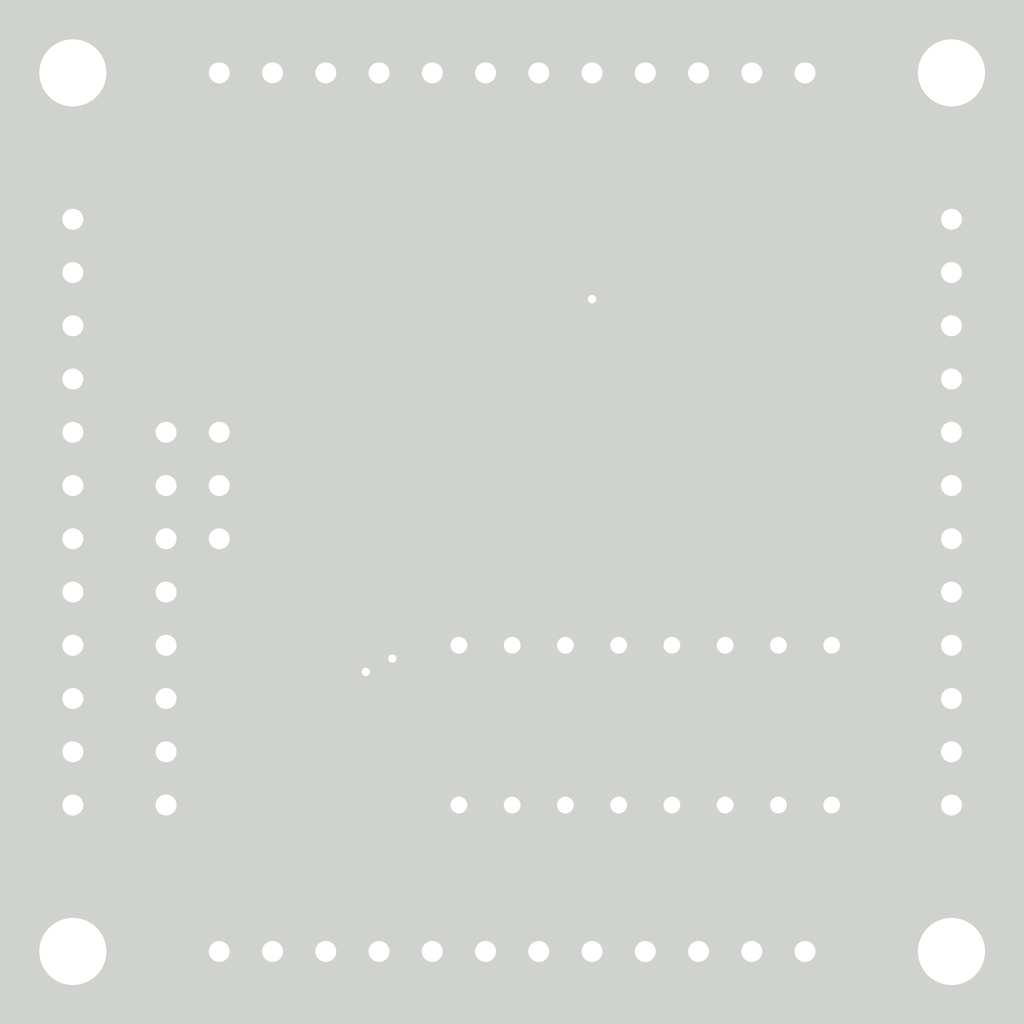
<source format=kicad_pcb>
(kicad_pcb (version 4) (host pcbnew 4.0.7+dfsg1-1~bpo9+1)

  (general
    (links 38)
    (no_connects 0)
    (area 124.46 82.55 173.990001 132.080001)
    (thickness 1.6)
    (drawings 14)
    (tracks 93)
    (zones 0)
    (modules 11)
    (nets 24)
  )

  (page A4)
  (layers
    (0 F.Cu signal)
    (31 B.Cu signal)
    (32 B.Adhes user)
    (33 F.Adhes user)
    (34 B.Paste user)
    (35 F.Paste user)
    (36 B.SilkS user)
    (37 F.SilkS user)
    (38 B.Mask user)
    (39 F.Mask user)
    (40 Dwgs.User user)
    (41 Cmts.User user)
    (42 Eco1.User user)
    (43 Eco2.User user)
    (44 Edge.Cuts user hide)
    (45 Margin user)
    (46 B.CrtYd user)
    (47 F.CrtYd user)
    (48 B.Fab user)
    (49 F.Fab user)
  )

  (setup
    (last_trace_width 0.25)
    (user_trace_width 0.5)
    (trace_clearance 0.2)
    (zone_clearance 0.508)
    (zone_45_only no)
    (trace_min 0.2)
    (segment_width 0.2)
    (edge_width 0.1)
    (via_size 0.6)
    (via_drill 0.4)
    (via_min_size 0.4)
    (via_min_drill 0.3)
    (uvia_size 0.3)
    (uvia_drill 0.1)
    (uvias_allowed no)
    (uvia_min_size 0.2)
    (uvia_min_drill 0.1)
    (pcb_text_width 0.3)
    (pcb_text_size 1.5 1.5)
    (mod_edge_width 0.15)
    (mod_text_size 1 1)
    (mod_text_width 0.15)
    (pad_size 1.5 1.5)
    (pad_drill 0.6)
    (pad_to_mask_clearance 0)
    (aux_axis_origin 0 0)
    (visible_elements FFFFFF7F)
    (pcbplotparams
      (layerselection 0x00030_80000001)
      (usegerberextensions false)
      (excludeedgelayer true)
      (linewidth 0.100000)
      (plotframeref false)
      (viasonmask false)
      (mode 1)
      (useauxorigin false)
      (hpglpennumber 1)
      (hpglpenspeed 20)
      (hpglpendiameter 15)
      (hpglpenoverlay 2)
      (psnegative false)
      (psa4output false)
      (plotreference true)
      (plotvalue true)
      (plotinvisibletext false)
      (padsonsilk false)
      (subtractmaskfromsilk false)
      (outputformat 1)
      (mirror false)
      (drillshape 1)
      (scaleselection 1)
      (outputdirectory ""))
  )

  (net 0 "")
  (net 1 /VIN)
  (net 2 Earth)
  (net 3 /L0)
  (net 4 /L1)
  (net 5 /L2)
  (net 6 /L3)
  (net 7 /L4)
  (net 8 /L5)
  (net 9 /L6)
  (net 10 /L7)
  (net 11 VCC)
  (net 12 /latch)
  (net 13 /clock)
  (net 14 /data)
  (net 15 /next)
  (net 16 /QA)
  (net 17 /QB)
  (net 18 /QC)
  (net 19 /QD)
  (net 20 /QE)
  (net 21 /QF)
  (net 22 /QG)
  (net 23 /QH)

  (net_class Default "This is the default net class."
    (clearance 0.2)
    (trace_width 0.25)
    (via_dia 0.6)
    (via_drill 0.4)
    (uvia_dia 0.3)
    (uvia_drill 0.1)
    (add_net /L0)
    (add_net /L1)
    (add_net /L2)
    (add_net /L3)
    (add_net /L4)
    (add_net /L5)
    (add_net /L6)
    (add_net /L7)
    (add_net /QA)
    (add_net /QB)
    (add_net /QC)
    (add_net /QD)
    (add_net /QE)
    (add_net /QF)
    (add_net /QG)
    (add_net /QH)
    (add_net /VIN)
    (add_net /clock)
    (add_net /data)
    (add_net /latch)
    (add_net /next)
    (add_net Earth)
    (add_net VCC)
  )

  (module Socket_Strips:Socket_Strip_Straight_1x12_Pitch2.54mm (layer F.Cu) (tedit 58CD5446) (tstamp 5AC3D673)
    (at 163.195 128.27 270)
    (descr "Through hole straight socket strip, 1x12, 2.54mm pitch, single row")
    (tags "Through hole socket strip THT 1x12 2.54mm single row")
    (path /5AC3D61D)
    (fp_text reference O1 (at 0 -2.33 270) (layer F.SilkS)
      (effects (font (size 1 1) (thickness 0.15)))
    )
    (fp_text value Output (at 0 30.27 270) (layer F.Fab)
      (effects (font (size 1 1) (thickness 0.15)))
    )
    (fp_line (start -1.27 -1.27) (end -1.27 29.21) (layer F.Fab) (width 0.1))
    (fp_line (start -1.27 29.21) (end 1.27 29.21) (layer F.Fab) (width 0.1))
    (fp_line (start 1.27 29.21) (end 1.27 -1.27) (layer F.Fab) (width 0.1))
    (fp_line (start 1.27 -1.27) (end -1.27 -1.27) (layer F.Fab) (width 0.1))
    (fp_line (start -1.33 1.27) (end -1.33 29.27) (layer F.SilkS) (width 0.12))
    (fp_line (start -1.33 29.27) (end 1.33 29.27) (layer F.SilkS) (width 0.12))
    (fp_line (start 1.33 29.27) (end 1.33 1.27) (layer F.SilkS) (width 0.12))
    (fp_line (start 1.33 1.27) (end -1.33 1.27) (layer F.SilkS) (width 0.12))
    (fp_line (start -1.33 0) (end -1.33 -1.33) (layer F.SilkS) (width 0.12))
    (fp_line (start -1.33 -1.33) (end 0 -1.33) (layer F.SilkS) (width 0.12))
    (fp_line (start -1.8 -1.8) (end -1.8 29.75) (layer F.CrtYd) (width 0.05))
    (fp_line (start -1.8 29.75) (end 1.8 29.75) (layer F.CrtYd) (width 0.05))
    (fp_line (start 1.8 29.75) (end 1.8 -1.8) (layer F.CrtYd) (width 0.05))
    (fp_line (start 1.8 -1.8) (end -1.8 -1.8) (layer F.CrtYd) (width 0.05))
    (fp_text user %R (at 0 -2.33 270) (layer F.Fab)
      (effects (font (size 1 1) (thickness 0.15)))
    )
    (pad 1 thru_hole rect (at 0 0 270) (size 1.7 1.7) (drill 1) (layers *.Cu *.Mask)
      (net 1 /VIN))
    (pad 2 thru_hole oval (at 0 2.54 270) (size 1.7 1.7) (drill 1) (layers *.Cu *.Mask)
      (net 11 VCC))
    (pad 3 thru_hole oval (at 0 5.08 270) (size 1.7 1.7) (drill 1) (layers *.Cu *.Mask)
      (net 2 Earth))
    (pad 4 thru_hole oval (at 0 7.62 270) (size 1.7 1.7) (drill 1) (layers *.Cu *.Mask))
    (pad 5 thru_hole oval (at 0 10.16 270) (size 1.7 1.7) (drill 1) (layers *.Cu *.Mask)
      (net 15 /next))
    (pad 6 thru_hole oval (at 0 12.7 270) (size 1.7 1.7) (drill 1) (layers *.Cu *.Mask)
      (net 12 /latch))
    (pad 7 thru_hole oval (at 0 15.24 270) (size 1.7 1.7) (drill 1) (layers *.Cu *.Mask)
      (net 13 /clock))
    (pad 8 thru_hole oval (at 0 17.78 270) (size 1.7 1.7) (drill 1) (layers *.Cu *.Mask))
    (pad 9 thru_hole oval (at 0 20.32 270) (size 1.7 1.7) (drill 1) (layers *.Cu *.Mask))
    (pad 10 thru_hole oval (at 0 22.86 270) (size 1.7 1.7) (drill 1) (layers *.Cu *.Mask))
    (pad 11 thru_hole oval (at 0 25.4 270) (size 1.7 1.7) (drill 1) (layers *.Cu *.Mask))
    (pad 12 thru_hole oval (at 0 27.94 270) (size 1.7 1.7) (drill 1) (layers *.Cu *.Mask))
    (model ${KISYS3DMOD}/Socket_Strips.3dshapes/Socket_Strip_Straight_1x12_Pitch2.54mm.wrl
      (at (xyz 0 -0.55 0))
      (scale (xyz 1 1 1))
      (rotate (xyz 0 0 270))
    )
  )

  (module Mounting_Holes:MountingHole_3.2mm_M3 (layer F.Cu) (tedit 5AC4CC02) (tstamp 5ACA4CBC)
    (at 128.27 86.36)
    (descr "Mounting Hole 3.2mm, no annular, M3")
    (tags "mounting hole 3.2mm no annular m3")
    (fp_text reference M3 (at 0 2.54) (layer F.Fab)
      (effects (font (size 1 1) (thickness 0.15)))
    )
    (fp_text value "" (at 0 4.2) (layer F.Fab) hide
      (effects (font (size 1 1) (thickness 0.15)))
    )
    (fp_circle (center 0 0) (end 3.2 0) (layer Cmts.User) (width 0.15))
    (fp_circle (center 0 0) (end 3.45 0) (layer F.CrtYd) (width 0.05))
    (pad 1 np_thru_hole circle (at 0 0) (size 3.2 3.2) (drill 3.2) (layers *.Cu *.Mask))
  )

  (module Mounting_Holes:MountingHole_3.2mm_M3 (layer F.Cu) (tedit 5AC4CC05) (tstamp 5ACA4CC9)
    (at 170.18 86.36)
    (descr "Mounting Hole 3.2mm, no annular, M3")
    (tags "mounting hole 3.2mm no annular m3")
    (fp_text reference M3 (at 0 2.54) (layer F.Fab)
      (effects (font (size 1 1) (thickness 0.15)))
    )
    (fp_text value "" (at 0 4.2) (layer F.Fab) hide
      (effects (font (size 1 1) (thickness 0.15)))
    )
    (fp_circle (center 0 0) (end 3.2 0) (layer Cmts.User) (width 0.15))
    (fp_circle (center 0 0) (end 3.45 0) (layer F.CrtYd) (width 0.05))
    (pad 1 np_thru_hole circle (at 0 0) (size 3.2 3.2) (drill 3.2) (layers *.Cu *.Mask))
  )

  (module Mounting_Holes:MountingHole_3.2mm_M3 (layer F.Cu) (tedit 5AC4CC09) (tstamp 5ACA4CD6)
    (at 170.18 128.27)
    (descr "Mounting Hole 3.2mm, no annular, M3")
    (tags "mounting hole 3.2mm no annular m3")
    (fp_text reference "" (at 0 -4.2) (layer F.SilkS) hide
      (effects (font (size 1 1) (thickness 0.15)))
    )
    (fp_text value M3 (at 0 -2.54) (layer F.Fab)
      (effects (font (size 1 1) (thickness 0.15)))
    )
    (fp_circle (center 0 0) (end 3.2 0) (layer Cmts.User) (width 0.15))
    (fp_circle (center 0 0) (end 3.45 0) (layer F.CrtYd) (width 0.05))
    (pad 1 np_thru_hole circle (at 0 0) (size 3.2 3.2) (drill 3.2) (layers *.Cu *.Mask))
  )

  (module Mounting_Holes:MountingHole_3.2mm_M3 (layer F.Cu) (tedit 5AC4CC0E) (tstamp 5ACA4CE3)
    (at 128.27 128.27)
    (descr "Mounting Hole 3.2mm, no annular, M3")
    (tags "mounting hole 3.2mm no annular m3")
    (fp_text reference "" (at 0 -4.2) (layer F.SilkS) hide
      (effects (font (size 1 1) (thickness 0.15)))
    )
    (fp_text value M3 (at 0 -2.54) (layer F.Fab)
      (effects (font (size 1 1) (thickness 0.15)))
    )
    (fp_circle (center 0 0) (end 3.2 0) (layer Cmts.User) (width 0.15))
    (fp_circle (center 0 0) (end 3.45 0) (layer F.CrtYd) (width 0.05))
    (pad 1 np_thru_hole circle (at 0 0) (size 3.2 3.2) (drill 3.2) (layers *.Cu *.Mask))
  )

  (module Pin_Headers:Pin_Header_Straight_1x12_Pitch2.54mm (layer F.Cu) (tedit 59650532) (tstamp 5AC3D654)
    (at 128.27 93.345)
    (descr "Through hole straight pin header, 1x12, 2.54mm pitch, single row")
    (tags "Through hole pin header THT 1x12 2.54mm single row")
    (path /5AC3D559)
    (fp_text reference I1 (at 0 -2.33) (layer F.SilkS)
      (effects (font (size 1 1) (thickness 0.15)))
    )
    (fp_text value Input (at 0 30.27) (layer F.Fab)
      (effects (font (size 1 1) (thickness 0.15)))
    )
    (fp_line (start -0.635 -1.27) (end 1.27 -1.27) (layer F.Fab) (width 0.1))
    (fp_line (start 1.27 -1.27) (end 1.27 29.21) (layer F.Fab) (width 0.1))
    (fp_line (start 1.27 29.21) (end -1.27 29.21) (layer F.Fab) (width 0.1))
    (fp_line (start -1.27 29.21) (end -1.27 -0.635) (layer F.Fab) (width 0.1))
    (fp_line (start -1.27 -0.635) (end -0.635 -1.27) (layer F.Fab) (width 0.1))
    (fp_line (start -1.33 29.27) (end 1.33 29.27) (layer F.SilkS) (width 0.12))
    (fp_line (start -1.33 1.27) (end -1.33 29.27) (layer F.SilkS) (width 0.12))
    (fp_line (start 1.33 1.27) (end 1.33 29.27) (layer F.SilkS) (width 0.12))
    (fp_line (start -1.33 1.27) (end 1.33 1.27) (layer F.SilkS) (width 0.12))
    (fp_line (start -1.33 0) (end -1.33 -1.33) (layer F.SilkS) (width 0.12))
    (fp_line (start -1.33 -1.33) (end 0 -1.33) (layer F.SilkS) (width 0.12))
    (fp_line (start -1.8 -1.8) (end -1.8 29.75) (layer F.CrtYd) (width 0.05))
    (fp_line (start -1.8 29.75) (end 1.8 29.75) (layer F.CrtYd) (width 0.05))
    (fp_line (start 1.8 29.75) (end 1.8 -1.8) (layer F.CrtYd) (width 0.05))
    (fp_line (start 1.8 -1.8) (end -1.8 -1.8) (layer F.CrtYd) (width 0.05))
    (fp_text user %R (at 0 13.97 90) (layer F.Fab)
      (effects (font (size 1 1) (thickness 0.15)))
    )
    (pad 1 thru_hole rect (at 0 0) (size 1.7 1.7) (drill 1) (layers *.Cu *.Mask)
      (net 1 /VIN))
    (pad 2 thru_hole oval (at 0 2.54) (size 1.7 1.7) (drill 1) (layers *.Cu *.Mask)
      (net 11 VCC))
    (pad 3 thru_hole oval (at 0 5.08) (size 1.7 1.7) (drill 1) (layers *.Cu *.Mask)
      (net 2 Earth))
    (pad 4 thru_hole oval (at 0 7.62) (size 1.7 1.7) (drill 1) (layers *.Cu *.Mask))
    (pad 5 thru_hole oval (at 0 10.16) (size 1.7 1.7) (drill 1) (layers *.Cu *.Mask)
      (net 3 /L0))
    (pad 6 thru_hole oval (at 0 12.7) (size 1.7 1.7) (drill 1) (layers *.Cu *.Mask)
      (net 4 /L1))
    (pad 7 thru_hole oval (at 0 15.24) (size 1.7 1.7) (drill 1) (layers *.Cu *.Mask)
      (net 5 /L2))
    (pad 8 thru_hole oval (at 0 17.78) (size 1.7 1.7) (drill 1) (layers *.Cu *.Mask)
      (net 6 /L3))
    (pad 9 thru_hole oval (at 0 20.32) (size 1.7 1.7) (drill 1) (layers *.Cu *.Mask)
      (net 7 /L4))
    (pad 10 thru_hole oval (at 0 22.86) (size 1.7 1.7) (drill 1) (layers *.Cu *.Mask)
      (net 8 /L5))
    (pad 11 thru_hole oval (at 0 25.4) (size 1.7 1.7) (drill 1) (layers *.Cu *.Mask)
      (net 9 /L6))
    (pad 12 thru_hole oval (at 0 27.94) (size 1.7 1.7) (drill 1) (layers *.Cu *.Mask)
      (net 10 /L7))
    (model ${KISYS3DMOD}/Pin_Headers.3dshapes/Pin_Header_Straight_1x12_Pitch2.54mm.wrl
      (at (xyz 0 0 0))
      (scale (xyz 1 1 1))
      (rotate (xyz 0 0 0))
    )
  )

  (module Housings_DIP:DIP-16_W7.62mm (layer F.Cu) (tedit 5AC752FD) (tstamp 5AC736DA)
    (at 164.465 113.665 270)
    (descr "16-lead dip package, row spacing 7.62 mm (300 mils)")
    (tags "DIL DIP PDIP 2.54mm 7.62mm 300mil")
    (path /5AC72DCE)
    (fp_text reference U1 (at 3.81 8.89 270) (layer F.SilkS)
      (effects (font (size 1 1) (thickness 0.15)))
    )
    (fp_text value 74LS595 (at 3.81 20.17 270) (layer F.Fab)
      (effects (font (size 1 1) (thickness 0.15)))
    )
    (fp_text user %R (at 3.81 8.89 270) (layer F.Fab)
      (effects (font (size 1 1) (thickness 0.15)))
    )
    (fp_line (start 1.635 -1.27) (end 6.985 -1.27) (layer F.Fab) (width 0.1))
    (fp_line (start 6.985 -1.27) (end 6.985 19.05) (layer F.Fab) (width 0.1))
    (fp_line (start 6.985 19.05) (end 0.635 19.05) (layer F.Fab) (width 0.1))
    (fp_line (start 0.635 19.05) (end 0.635 -0.27) (layer F.Fab) (width 0.1))
    (fp_line (start 0.635 -0.27) (end 1.635 -1.27) (layer F.Fab) (width 0.1))
    (fp_line (start 2.81 -1.39) (end 1.04 -1.39) (layer F.SilkS) (width 0.12))
    (fp_line (start 1.04 -1.39) (end 1.04 19.17) (layer F.SilkS) (width 0.12))
    (fp_line (start 1.04 19.17) (end 6.58 19.17) (layer F.SilkS) (width 0.12))
    (fp_line (start 6.58 19.17) (end 6.58 -1.39) (layer F.SilkS) (width 0.12))
    (fp_line (start 6.58 -1.39) (end 4.81 -1.39) (layer F.SilkS) (width 0.12))
    (fp_line (start -1.1 -1.6) (end -1.1 19.3) (layer F.CrtYd) (width 0.05))
    (fp_line (start -1.1 19.3) (end 8.7 19.3) (layer F.CrtYd) (width 0.05))
    (fp_line (start 8.7 19.3) (end 8.7 -1.6) (layer F.CrtYd) (width 0.05))
    (fp_line (start 8.7 -1.6) (end -1.1 -1.6) (layer F.CrtYd) (width 0.05))
    (fp_arc (start 3.81 -1.39) (end 2.81 -1.39) (angle -180) (layer F.SilkS) (width 0.12))
    (pad 1 thru_hole rect (at 0 0 270) (size 1.6 1.6) (drill 0.8) (layers *.Cu *.Mask)
      (net 17 /QB))
    (pad 9 thru_hole oval (at 7.62 17.78 270) (size 1.6 1.6) (drill 0.8) (layers *.Cu *.Mask)
      (net 15 /next))
    (pad 2 thru_hole oval (at 0 2.54 270) (size 1.6 1.6) (drill 0.8) (layers *.Cu *.Mask)
      (net 18 /QC))
    (pad 10 thru_hole oval (at 7.62 15.24 270) (size 1.6 1.6) (drill 0.8) (layers *.Cu *.Mask)
      (net 2 Earth))
    (pad 3 thru_hole oval (at 0 5.08 270) (size 1.6 1.6) (drill 0.8) (layers *.Cu *.Mask)
      (net 19 /QD))
    (pad 11 thru_hole oval (at 7.62 12.7 270) (size 1.6 1.6) (drill 0.8) (layers *.Cu *.Mask)
      (net 13 /clock))
    (pad 4 thru_hole oval (at 0 7.62 270) (size 1.6 1.6) (drill 0.8) (layers *.Cu *.Mask)
      (net 20 /QE))
    (pad 12 thru_hole oval (at 7.62 10.16 270) (size 1.6 1.6) (drill 0.8) (layers *.Cu *.Mask)
      (net 12 /latch))
    (pad 5 thru_hole oval (at 0 10.16 270) (size 1.6 1.6) (drill 0.8) (layers *.Cu *.Mask)
      (net 21 /QF))
    (pad 13 thru_hole oval (at 7.62 7.62 270) (size 1.6 1.6) (drill 0.8) (layers *.Cu *.Mask)
      (net 2 Earth))
    (pad 6 thru_hole oval (at 0 12.7 270) (size 1.6 1.6) (drill 0.8) (layers *.Cu *.Mask)
      (net 22 /QG))
    (pad 14 thru_hole oval (at 7.62 5.08 270) (size 1.6 1.6) (drill 0.8) (layers *.Cu *.Mask)
      (net 14 /data))
    (pad 7 thru_hole oval (at 0 15.24 270) (size 1.6 1.6) (drill 0.8) (layers *.Cu *.Mask)
      (net 23 /QH))
    (pad 15 thru_hole oval (at 7.62 2.54 270) (size 1.6 1.6) (drill 0.8) (layers *.Cu *.Mask)
      (net 16 /QA))
    (pad 8 thru_hole oval (at 0 17.78 270) (size 1.6 1.6) (drill 0.8) (layers *.Cu *.Mask)
      (net 2 Earth))
    (pad 16 thru_hole oval (at 7.62 0 270) (size 1.6 1.6) (drill 0.8) (layers *.Cu *.Mask)
      (net 11 VCC))
    (model ${KISYS3DMOD}/Housings_DIP.3dshapes/DIP-16_W7.62mm.wrl
      (at (xyz 0 0 0))
      (scale (xyz 1 1 1))
      (rotate (xyz 0 0 0))
    )
  )

  (module Socket_Strips:Socket_Strip_Straight_1x12_Pitch2.54mm (layer F.Cu) (tedit 58CD5446) (tstamp 5AC73523)
    (at 170.18 93.345)
    (descr "Through hole straight socket strip, 1x12, 2.54mm pitch, single row")
    (tags "Through hole socket strip THT 1x12 2.54mm single row")
    (path /5AC734F4)
    (fp_text reference O2 (at 0 -2.33) (layer F.SilkS)
      (effects (font (size 1 1) (thickness 0.15)))
    )
    (fp_text value Output (at 0 30.27) (layer F.Fab)
      (effects (font (size 1 1) (thickness 0.15)))
    )
    (fp_line (start -1.27 -1.27) (end -1.27 29.21) (layer F.Fab) (width 0.1))
    (fp_line (start -1.27 29.21) (end 1.27 29.21) (layer F.Fab) (width 0.1))
    (fp_line (start 1.27 29.21) (end 1.27 -1.27) (layer F.Fab) (width 0.1))
    (fp_line (start 1.27 -1.27) (end -1.27 -1.27) (layer F.Fab) (width 0.1))
    (fp_line (start -1.33 1.27) (end -1.33 29.27) (layer F.SilkS) (width 0.12))
    (fp_line (start -1.33 29.27) (end 1.33 29.27) (layer F.SilkS) (width 0.12))
    (fp_line (start 1.33 29.27) (end 1.33 1.27) (layer F.SilkS) (width 0.12))
    (fp_line (start 1.33 1.27) (end -1.33 1.27) (layer F.SilkS) (width 0.12))
    (fp_line (start -1.33 0) (end -1.33 -1.33) (layer F.SilkS) (width 0.12))
    (fp_line (start -1.33 -1.33) (end 0 -1.33) (layer F.SilkS) (width 0.12))
    (fp_line (start -1.8 -1.8) (end -1.8 29.75) (layer F.CrtYd) (width 0.05))
    (fp_line (start -1.8 29.75) (end 1.8 29.75) (layer F.CrtYd) (width 0.05))
    (fp_line (start 1.8 29.75) (end 1.8 -1.8) (layer F.CrtYd) (width 0.05))
    (fp_line (start 1.8 -1.8) (end -1.8 -1.8) (layer F.CrtYd) (width 0.05))
    (fp_text user %R (at 0 -2.33) (layer F.Fab)
      (effects (font (size 1 1) (thickness 0.15)))
    )
    (pad 1 thru_hole rect (at 0 0) (size 1.7 1.7) (drill 1) (layers *.Cu *.Mask)
      (net 1 /VIN))
    (pad 2 thru_hole oval (at 0 2.54) (size 1.7 1.7) (drill 1) (layers *.Cu *.Mask)
      (net 11 VCC))
    (pad 3 thru_hole oval (at 0 5.08) (size 1.7 1.7) (drill 1) (layers *.Cu *.Mask)
      (net 2 Earth))
    (pad 4 thru_hole oval (at 0 7.62) (size 1.7 1.7) (drill 1) (layers *.Cu *.Mask))
    (pad 5 thru_hole oval (at 0 10.16) (size 1.7 1.7) (drill 1) (layers *.Cu *.Mask)
      (net 16 /QA))
    (pad 6 thru_hole oval (at 0 12.7) (size 1.7 1.7) (drill 1) (layers *.Cu *.Mask)
      (net 17 /QB))
    (pad 7 thru_hole oval (at 0 15.24) (size 1.7 1.7) (drill 1) (layers *.Cu *.Mask)
      (net 18 /QC))
    (pad 8 thru_hole oval (at 0 17.78) (size 1.7 1.7) (drill 1) (layers *.Cu *.Mask)
      (net 19 /QD))
    (pad 9 thru_hole oval (at 0 20.32) (size 1.7 1.7) (drill 1) (layers *.Cu *.Mask)
      (net 20 /QE))
    (pad 10 thru_hole oval (at 0 22.86) (size 1.7 1.7) (drill 1) (layers *.Cu *.Mask)
      (net 21 /QF))
    (pad 11 thru_hole oval (at 0 25.4) (size 1.7 1.7) (drill 1) (layers *.Cu *.Mask)
      (net 22 /QG))
    (pad 12 thru_hole oval (at 0 27.94) (size 1.7 1.7) (drill 1) (layers *.Cu *.Mask)
      (net 23 /QH))
    (model ${KISYS3DMOD}/Socket_Strips.3dshapes/Socket_Strip_Straight_1x12_Pitch2.54mm.wrl
      (at (xyz 0 -0.55 0))
      (scale (xyz 1 1 1))
      (rotate (xyz 0 0 270))
    )
  )

  (module Pin_Headers:Pin_Header_Straight_1x08_Pitch2.54mm (layer F.Cu) (tedit 5AC74CB4) (tstamp 5AC739D7)
    (at 132.715 103.505)
    (descr "Through hole straight pin header, 1x08, 2.54mm pitch, single row")
    (tags "Through hole pin header THT 1x08 2.54mm single row")
    (path /5AC75392)
    (fp_text reference H1 (at 0 -2.33) (layer F.Fab)
      (effects (font (size 1 1) (thickness 0.15)))
    )
    (fp_text value Headers8L (at 0 20.11) (layer F.Fab)
      (effects (font (size 1 1) (thickness 0.15)))
    )
    (fp_line (start -0.635 -1.27) (end 1.27 -1.27) (layer F.Fab) (width 0.1))
    (fp_line (start 1.27 -1.27) (end 1.27 19.05) (layer F.Fab) (width 0.1))
    (fp_line (start 1.27 19.05) (end -1.27 19.05) (layer F.Fab) (width 0.1))
    (fp_line (start -1.27 19.05) (end -1.27 -0.635) (layer F.Fab) (width 0.1))
    (fp_line (start -1.27 -0.635) (end -0.635 -1.27) (layer F.Fab) (width 0.1))
    (fp_line (start -1.33 19.11) (end 1.33 19.11) (layer F.SilkS) (width 0.12))
    (fp_line (start -1.33 1.27) (end -1.33 19.11) (layer F.SilkS) (width 0.12))
    (fp_line (start 1.33 1.27) (end 1.33 19.11) (layer F.SilkS) (width 0.12))
    (fp_line (start -1.33 1.27) (end 1.33 1.27) (layer F.SilkS) (width 0.12))
    (fp_line (start -1.33 0) (end -1.33 -1.33) (layer F.SilkS) (width 0.12))
    (fp_line (start -1.33 -1.33) (end 0 -1.33) (layer F.SilkS) (width 0.12))
    (fp_line (start -1.8 -1.8) (end -1.8 19.55) (layer F.CrtYd) (width 0.05))
    (fp_line (start -1.8 19.55) (end 1.8 19.55) (layer F.CrtYd) (width 0.05))
    (fp_line (start 1.8 19.55) (end 1.8 -1.8) (layer F.CrtYd) (width 0.05))
    (fp_line (start 1.8 -1.8) (end -1.8 -1.8) (layer F.CrtYd) (width 0.05))
    (fp_text user %R (at 0 8.89 90) (layer F.Fab)
      (effects (font (size 1 1) (thickness 0.15)))
    )
    (pad 1 thru_hole rect (at 0 0) (size 1.7 1.7) (drill 1) (layers *.Cu *.Mask)
      (net 3 /L0))
    (pad 2 thru_hole oval (at 0 2.54) (size 1.7 1.7) (drill 1) (layers *.Cu *.Mask)
      (net 4 /L1))
    (pad 3 thru_hole oval (at 0 5.08) (size 1.7 1.7) (drill 1) (layers *.Cu *.Mask)
      (net 5 /L2))
    (pad 4 thru_hole oval (at 0 7.62) (size 1.7 1.7) (drill 1) (layers *.Cu *.Mask)
      (net 6 /L3))
    (pad 5 thru_hole oval (at 0 10.16) (size 1.7 1.7) (drill 1) (layers *.Cu *.Mask)
      (net 7 /L4))
    (pad 6 thru_hole oval (at 0 12.7) (size 1.7 1.7) (drill 1) (layers *.Cu *.Mask)
      (net 8 /L5))
    (pad 7 thru_hole oval (at 0 15.24) (size 1.7 1.7) (drill 1) (layers *.Cu *.Mask)
      (net 9 /L6))
    (pad 8 thru_hole oval (at 0 17.78) (size 1.7 1.7) (drill 1) (layers *.Cu *.Mask)
      (net 10 /L7))
    (model ${KISYS3DMOD}/Pin_Headers.3dshapes/Pin_Header_Straight_1x08_Pitch2.54mm.wrl
      (at (xyz 0 0 0))
      (scale (xyz 1 1 1))
      (rotate (xyz 0 0 0))
    )
  )

  (module Pin_Headers:Pin_Header_Straight_1x12_Pitch2.54mm (layer F.Cu) (tedit 59650532) (tstamp 5AC74316)
    (at 163.195 86.36 270)
    (descr "Through hole straight pin header, 1x12, 2.54mm pitch, single row")
    (tags "Through hole pin header THT 1x12 2.54mm single row")
    (path /5AC76C5E)
    (fp_text reference I2 (at 0 -2.33 270) (layer F.SilkS)
      (effects (font (size 1 1) (thickness 0.15)))
    )
    (fp_text value Input (at 0 30.27 270) (layer F.Fab)
      (effects (font (size 1 1) (thickness 0.15)))
    )
    (fp_line (start -0.635 -1.27) (end 1.27 -1.27) (layer F.Fab) (width 0.1))
    (fp_line (start 1.27 -1.27) (end 1.27 29.21) (layer F.Fab) (width 0.1))
    (fp_line (start 1.27 29.21) (end -1.27 29.21) (layer F.Fab) (width 0.1))
    (fp_line (start -1.27 29.21) (end -1.27 -0.635) (layer F.Fab) (width 0.1))
    (fp_line (start -1.27 -0.635) (end -0.635 -1.27) (layer F.Fab) (width 0.1))
    (fp_line (start -1.33 29.27) (end 1.33 29.27) (layer F.SilkS) (width 0.12))
    (fp_line (start -1.33 1.27) (end -1.33 29.27) (layer F.SilkS) (width 0.12))
    (fp_line (start 1.33 1.27) (end 1.33 29.27) (layer F.SilkS) (width 0.12))
    (fp_line (start -1.33 1.27) (end 1.33 1.27) (layer F.SilkS) (width 0.12))
    (fp_line (start -1.33 0) (end -1.33 -1.33) (layer F.SilkS) (width 0.12))
    (fp_line (start -1.33 -1.33) (end 0 -1.33) (layer F.SilkS) (width 0.12))
    (fp_line (start -1.8 -1.8) (end -1.8 29.75) (layer F.CrtYd) (width 0.05))
    (fp_line (start -1.8 29.75) (end 1.8 29.75) (layer F.CrtYd) (width 0.05))
    (fp_line (start 1.8 29.75) (end 1.8 -1.8) (layer F.CrtYd) (width 0.05))
    (fp_line (start 1.8 -1.8) (end -1.8 -1.8) (layer F.CrtYd) (width 0.05))
    (fp_text user %R (at 0 13.97 360) (layer F.Fab)
      (effects (font (size 1 1) (thickness 0.15)))
    )
    (pad 1 thru_hole rect (at 0 0 270) (size 1.7 1.7) (drill 1) (layers *.Cu *.Mask)
      (net 1 /VIN))
    (pad 2 thru_hole oval (at 0 2.54 270) (size 1.7 1.7) (drill 1) (layers *.Cu *.Mask)
      (net 11 VCC))
    (pad 3 thru_hole oval (at 0 5.08 270) (size 1.7 1.7) (drill 1) (layers *.Cu *.Mask)
      (net 2 Earth))
    (pad 4 thru_hole oval (at 0 7.62 270) (size 1.7 1.7) (drill 1) (layers *.Cu *.Mask))
    (pad 5 thru_hole oval (at 0 10.16 270) (size 1.7 1.7) (drill 1) (layers *.Cu *.Mask)
      (net 14 /data))
    (pad 6 thru_hole oval (at 0 12.7 270) (size 1.7 1.7) (drill 1) (layers *.Cu *.Mask)
      (net 12 /latch))
    (pad 7 thru_hole oval (at 0 15.24 270) (size 1.7 1.7) (drill 1) (layers *.Cu *.Mask)
      (net 13 /clock))
    (pad 8 thru_hole oval (at 0 17.78 270) (size 1.7 1.7) (drill 1) (layers *.Cu *.Mask))
    (pad 9 thru_hole oval (at 0 20.32 270) (size 1.7 1.7) (drill 1) (layers *.Cu *.Mask))
    (pad 10 thru_hole oval (at 0 22.86 270) (size 1.7 1.7) (drill 1) (layers *.Cu *.Mask))
    (pad 11 thru_hole oval (at 0 25.4 270) (size 1.7 1.7) (drill 1) (layers *.Cu *.Mask))
    (pad 12 thru_hole oval (at 0 27.94 270) (size 1.7 1.7) (drill 1) (layers *.Cu *.Mask))
    (model ${KISYS3DMOD}/Pin_Headers.3dshapes/Pin_Header_Straight_1x12_Pitch2.54mm.wrl
      (at (xyz 0 0 0))
      (scale (xyz 1 1 1))
      (rotate (xyz 0 0 0))
    )
  )

  (module Pin_Headers:Pin_Header_Straight_1x03_Pitch2.54mm (layer F.Cu) (tedit 5AC74CAF) (tstamp 5AC74519)
    (at 135.255 108.585 180)
    (descr "Through hole straight pin header, 1x03, 2.54mm pitch, single row")
    (tags "Through hole pin header THT 1x03 2.54mm single row")
    (path /5AC7586B)
    (fp_text reference J1 (at 0 -2.33 180) (layer F.Fab)
      (effects (font (size 1 1) (thickness 0.15)))
    )
    (fp_text value Conn_01x03 (at 0 7.41 180) (layer F.Fab)
      (effects (font (size 1 1) (thickness 0.15)))
    )
    (fp_line (start -0.635 -1.27) (end 1.27 -1.27) (layer F.Fab) (width 0.1))
    (fp_line (start 1.27 -1.27) (end 1.27 6.35) (layer F.Fab) (width 0.1))
    (fp_line (start 1.27 6.35) (end -1.27 6.35) (layer F.Fab) (width 0.1))
    (fp_line (start -1.27 6.35) (end -1.27 -0.635) (layer F.Fab) (width 0.1))
    (fp_line (start -1.27 -0.635) (end -0.635 -1.27) (layer F.Fab) (width 0.1))
    (fp_line (start -1.33 6.41) (end 1.33 6.41) (layer F.SilkS) (width 0.12))
    (fp_line (start -1.33 1.27) (end -1.33 6.41) (layer F.SilkS) (width 0.12))
    (fp_line (start 1.33 1.27) (end 1.33 6.41) (layer F.SilkS) (width 0.12))
    (fp_line (start -1.33 1.27) (end 1.33 1.27) (layer F.SilkS) (width 0.12))
    (fp_line (start -1.33 0) (end -1.33 -1.33) (layer F.SilkS) (width 0.12))
    (fp_line (start -1.33 -1.33) (end 0 -1.33) (layer F.SilkS) (width 0.12))
    (fp_line (start -1.8 -1.8) (end -1.8 6.85) (layer F.CrtYd) (width 0.05))
    (fp_line (start -1.8 6.85) (end 1.8 6.85) (layer F.CrtYd) (width 0.05))
    (fp_line (start 1.8 6.85) (end 1.8 -1.8) (layer F.CrtYd) (width 0.05))
    (fp_line (start 1.8 -1.8) (end -1.8 -1.8) (layer F.CrtYd) (width 0.05))
    (fp_text user %R (at 0 2.54 270) (layer F.Fab)
      (effects (font (size 1 1) (thickness 0.15)))
    )
    (pad 1 thru_hole rect (at 0 0 180) (size 1.7 1.7) (drill 1) (layers *.Cu *.Mask)
      (net 13 /clock))
    (pad 2 thru_hole oval (at 0 2.54 180) (size 1.7 1.7) (drill 1) (layers *.Cu *.Mask)
      (net 12 /latch))
    (pad 3 thru_hole oval (at 0 5.08 180) (size 1.7 1.7) (drill 1) (layers *.Cu *.Mask)
      (net 14 /data))
    (model ${KISYS3DMOD}/Pin_Headers.3dshapes/Pin_Header_Straight_1x03_Pitch2.54mm.wrl
      (at (xyz 0 0 0))
      (scale (xyz 1 1 1))
      (rotate (xyz 0 0 0))
    )
  )

  (gr_text NEXT (at 142.875 125.095) (layer F.SilkS)
    (effects (font (size 1.5 1.5) (thickness 0.3)))
  )
  (gr_text PREVIOUS (at 142.24 89.535) (layer F.SilkS)
    (effects (font (size 1.5 1.5) (thickness 0.3)))
  )
  (gr_text QH (at 168.275 121.285) (layer F.SilkS)
    (effects (font (size 1 1) (thickness 0.2)) (justify right))
  )
  (gr_text QG (at 168.275 118.745) (layer F.SilkS)
    (effects (font (size 1 1) (thickness 0.2)) (justify right))
  )
  (gr_text QF (at 168.275 116.205) (layer F.SilkS)
    (effects (font (size 1 1) (thickness 0.2)) (justify right))
  )
  (gr_text QE (at 168.275 113.665) (layer F.SilkS)
    (effects (font (size 1 1) (thickness 0.2)) (justify right))
  )
  (gr_text QD (at 168.275 111.125) (layer F.SilkS)
    (effects (font (size 1 1) (thickness 0.2)) (justify right))
  )
  (gr_text QC (at 168.275 108.585) (layer F.SilkS)
    (effects (font (size 1 1) (thickness 0.2)) (justify right))
  )
  (gr_text QB (at 168.275 106.045) (layer F.SilkS)
    (effects (font (size 1 1) (thickness 0.2)) (justify right))
  )
  (gr_text QA (at 168.275 103.505) (layer F.SilkS)
    (effects (font (size 1 1) (thickness 0.2)) (justify right))
  )
  (gr_text OUTPUT (at 167.005 97.155 90) (layer F.SilkS)
    (effects (font (size 1.5 1.5) (thickness 0.3)))
  )
  (gr_text Latch (at 137.795 106.045) (layer F.SilkS)
    (effects (font (size 1.5 1.5) (thickness 0.3)) (justify left))
  )
  (gr_text Clock (at 137.795 108.585) (layer F.SilkS)
    (effects (font (size 1.5 1.5) (thickness 0.3)) (justify left))
  )
  (gr_text Data (at 137.795 103.505) (layer F.SilkS)
    (effects (font (size 1.5 1.5) (thickness 0.3)) (justify left))
  )

  (segment (start 163.195 128.27) (end 167.005 124.46) (width 0.5) (layer B.Cu) (net 1) (status 10))
  (segment (start 172.085 95.25) (end 170.18 93.345) (width 0.5) (layer B.Cu) (net 1) (tstamp 5AC7586D) (status 20))
  (segment (start 172.085 122.555) (end 172.085 95.25) (width 0.5) (layer B.Cu) (net 1) (tstamp 5AC7586C))
  (segment (start 170.18 124.46) (end 172.085 122.555) (width 0.5) (layer B.Cu) (net 1) (tstamp 5AC7586B))
  (segment (start 167.005 124.46) (end 170.18 124.46) (width 0.5) (layer B.Cu) (net 1) (tstamp 5AC7586A))
  (segment (start 170.18 93.345) (end 163.195 86.36) (width 0.5) (layer F.Cu) (net 1) (status 30))
  (segment (start 128.27 93.345) (end 170.18 93.345) (width 0.5) (layer F.Cu) (net 1) (status 30))
  (segment (start 128.27 103.505) (end 132.715 103.505) (width 0.25) (layer B.Cu) (net 3) (status 30))
  (segment (start 128.27 106.045) (end 132.715 106.045) (width 0.25) (layer B.Cu) (net 4) (status 30))
  (segment (start 128.27 108.585) (end 132.715 108.585) (width 0.25) (layer B.Cu) (net 5) (status 30))
  (segment (start 128.27 111.125) (end 132.715 111.125) (width 0.25) (layer B.Cu) (net 6) (status 30))
  (segment (start 128.27 113.665) (end 132.715 113.665) (width 0.25) (layer B.Cu) (net 7) (status 30))
  (segment (start 132.715 116.205) (end 128.27 116.205) (width 0.25) (layer B.Cu) (net 8) (status 30))
  (segment (start 128.27 118.745) (end 132.715 118.745) (width 0.25) (layer B.Cu) (net 9) (status 30))
  (segment (start 132.715 121.285) (end 128.27 121.285) (width 0.25) (layer B.Cu) (net 10) (status 30))
  (segment (start 172.085 122.555) (end 172.085 97.79) (width 0.5) (layer F.Cu) (net 11))
  (segment (start 172.085 97.79) (end 170.18 95.885) (width 0.5) (layer F.Cu) (net 11) (status 20))
  (segment (start 164.465 121.285) (end 167.64 124.46) (width 0.5) (layer F.Cu) (net 11) (status 10))
  (segment (start 170.18 95.885) (end 170.18 96.52) (width 0.5) (layer F.Cu) (net 11) (status 30))
  (segment (start 164.465 124.46) (end 160.655 128.27) (width 0.5) (layer F.Cu) (net 11) (tstamp 5AC75865) (status 20))
  (segment (start 170.18 124.46) (end 167.64 124.46) (width 0.5) (layer F.Cu) (net 11) (tstamp 5AC75863))
  (segment (start 167.64 124.46) (end 164.465 124.46) (width 0.5) (layer F.Cu) (net 11) (tstamp 5AC7587A))
  (segment (start 172.085 122.555) (end 170.18 124.46) (width 0.5) (layer F.Cu) (net 11) (tstamp 5AC75860))
  (segment (start 170.18 95.885) (end 160.655 86.36) (width 0.5) (layer B.Cu) (net 11) (status 30))
  (segment (start 128.27 95.885) (end 170.18 95.885) (width 0.5) (layer F.Cu) (net 11) (status 30))
  (segment (start 150.495 86.36) (end 150.495 103.505) (width 0.25) (layer B.Cu) (net 12) (status 10))
  (via (at 143.51 114.3) (size 0.6) (drill 0.4) (layers F.Cu B.Cu) (net 12))
  (segment (start 143.51 110.49) (end 143.51 114.3) (width 0.25) (layer B.Cu) (net 12) (tstamp 5AC7579C))
  (segment (start 150.495 103.505) (end 143.51 110.49) (width 0.25) (layer B.Cu) (net 12) (tstamp 5AC75795))
  (segment (start 143.51 114.3) (end 135.255 106.045) (width 0.25) (layer F.Cu) (net 12) (status 20))
  (segment (start 154.305 121.285) (end 151.13 118.11) (width 0.25) (layer F.Cu) (net 12) (status 10))
  (segment (start 147.32 118.11) (end 143.51 114.3) (width 0.25) (layer F.Cu) (net 12) (tstamp 5AC75730))
  (segment (start 151.13 118.11) (end 147.32 118.11) (width 0.25) (layer F.Cu) (net 12) (tstamp 5AC7572E))
  (segment (start 150.495 128.27) (end 150.495 125.095) (width 0.25) (layer F.Cu) (net 12) (status 10))
  (segment (start 150.495 125.095) (end 154.305 121.285) (width 0.25) (layer F.Cu) (net 12) (tstamp 5AC756C3) (status 20))
  (segment (start 154.305 121.285) (end 153.67 121.285) (width 0.25) (layer F.Cu) (net 12) (status 30))
  (segment (start 147.955 86.36) (end 147.955 102.87) (width 0.25) (layer B.Cu) (net 13) (status 10))
  (via (at 142.24 114.935) (size 0.6) (drill 0.4) (layers F.Cu B.Cu) (net 13))
  (segment (start 142.24 108.585) (end 142.24 114.935) (width 0.25) (layer B.Cu) (net 13) (tstamp 5AC757A5))
  (segment (start 147.955 102.87) (end 142.24 108.585) (width 0.25) (layer B.Cu) (net 13) (tstamp 5AC757A3))
  (segment (start 135.255 108.585) (end 135.89 108.585) (width 0.25) (layer F.Cu) (net 13) (status 30))
  (segment (start 135.89 108.585) (end 142.24 114.935) (width 0.25) (layer F.Cu) (net 13) (tstamp 5AC7574A) (status 10))
  (segment (start 142.24 114.935) (end 146.685 119.38) (width 0.25) (layer F.Cu) (net 13) (tstamp 5AC757AA))
  (segment (start 146.685 119.38) (end 149.86 119.38) (width 0.25) (layer F.Cu) (net 13) (tstamp 5AC7574D))
  (segment (start 149.86 119.38) (end 151.765 121.285) (width 0.25) (layer F.Cu) (net 13) (tstamp 5AC75751) (status 20))
  (segment (start 147.955 128.27) (end 147.955 125.095) (width 0.25) (layer F.Cu) (net 13) (status 10))
  (segment (start 147.955 125.095) (end 151.765 121.285) (width 0.25) (layer F.Cu) (net 13) (tstamp 5AC756BF) (status 20))
  (segment (start 147.955 128.27) (end 147.955 127.635) (width 0.25) (layer F.Cu) (net 13) (status 30))
  (segment (start 143.51 112.395) (end 140.97 109.855) (width 0.25) (layer F.Cu) (net 14))
  (segment (start 140.97 109.855) (end 140.97 109.22) (width 0.25) (layer F.Cu) (net 14) (tstamp 5AC75CAA))
  (segment (start 153.035 86.36) (end 153.035 97.155) (width 0.25) (layer B.Cu) (net 14) (status 10))
  (segment (start 144.78 111.125) (end 144.78 113.665) (width 0.25) (layer F.Cu) (net 14) (tstamp 5AC75787))
  (segment (start 153.035 102.87) (end 144.78 111.125) (width 0.25) (layer F.Cu) (net 14) (tstamp 5AC75786))
  (segment (start 153.035 97.155) (end 153.035 102.87) (width 0.25) (layer F.Cu) (net 14) (tstamp 5AC75785))
  (via (at 153.035 97.155) (size 0.6) (drill 0.4) (layers F.Cu B.Cu) (net 14))
  (segment (start 140.97 109.22) (end 135.255 103.505) (width 0.25) (layer F.Cu) (net 14) (tstamp 5AC75CAD) (status 20))
  (segment (start 151.13 116.84) (end 147.955 116.84) (width 0.25) (layer F.Cu) (net 14))
  (segment (start 147.955 116.84) (end 144.78 113.665) (width 0.25) (layer F.Cu) (net 14) (tstamp 5AC74F09))
  (segment (start 144.78 113.665) (end 143.51 112.395) (width 0.25) (layer F.Cu) (net 14) (tstamp 5AC75792))
  (segment (start 158.115 120.015) (end 154.305 120.015) (width 0.25) (layer F.Cu) (net 14) (tstamp 5AC74EA6))
  (segment (start 154.305 120.015) (end 151.13 116.84) (width 0.25) (layer F.Cu) (net 14) (tstamp 5AC74EA8))
  (segment (start 159.385 121.285) (end 158.115 120.015) (width 0.25) (layer F.Cu) (net 14) (status 10))
  (segment (start 153.035 128.27) (end 153.035 127.635) (width 0.25) (layer B.Cu) (net 15) (status 30))
  (segment (start 153.035 127.635) (end 146.685 121.285) (width 0.25) (layer B.Cu) (net 15) (tstamp 5AC756C7) (status 30))
  (segment (start 161.925 121.285) (end 161.925 119.38) (width 0.25) (layer B.Cu) (net 16) (status 10))
  (segment (start 167.64 103.505) (end 170.18 103.505) (width 0.25) (layer B.Cu) (net 16) (tstamp 5AC758E7) (status 20))
  (segment (start 163.195 107.95) (end 167.64 103.505) (width 0.25) (layer B.Cu) (net 16) (tstamp 5AC758E4))
  (segment (start 163.195 118.11) (end 163.195 107.95) (width 0.25) (layer B.Cu) (net 16) (tstamp 5AC758E2))
  (segment (start 161.925 119.38) (end 163.195 118.11) (width 0.25) (layer B.Cu) (net 16) (tstamp 5AC758DF))
  (segment (start 161.925 121.285) (end 161.925 120.65) (width 0.25) (layer B.Cu) (net 16) (status 30))
  (segment (start 170.18 106.045) (end 167.005 106.045) (width 0.25) (layer B.Cu) (net 17) (status 10))
  (segment (start 164.465 108.585) (end 164.465 113.665) (width 0.25) (layer B.Cu) (net 17) (tstamp 5AC7583E) (status 20))
  (segment (start 167.005 106.045) (end 164.465 108.585) (width 0.25) (layer B.Cu) (net 17) (tstamp 5AC7583B))
  (segment (start 170.18 108.585) (end 167.005 108.585) (width 0.25) (layer F.Cu) (net 18) (status 10))
  (segment (start 167.005 108.585) (end 161.925 113.665) (width 0.25) (layer F.Cu) (net 18) (tstamp 5AC75835) (status 20))
  (segment (start 170.18 111.125) (end 166.37 114.935) (width 0.25) (layer F.Cu) (net 19) (status 10))
  (segment (start 160.655 114.935) (end 159.385 113.665) (width 0.25) (layer F.Cu) (net 19) (tstamp 5AC75813) (status 20))
  (segment (start 166.37 114.935) (end 160.655 114.935) (width 0.25) (layer F.Cu) (net 19) (tstamp 5AC75812))
  (segment (start 170.18 111.125) (end 169.545 111.125) (width 0.25) (layer B.Cu) (net 19) (status 30))
  (segment (start 168.91 113.665) (end 167.005 115.57) (width 0.25) (layer F.Cu) (net 20))
  (segment (start 158.75 115.57) (end 156.845 113.665) (width 0.25) (layer F.Cu) (net 20) (tstamp 5AC747AF) (status 20))
  (segment (start 170.18 113.665) (end 168.91 113.665) (width 0.25) (layer F.Cu) (net 20) (status 10))
  (segment (start 167.005 115.57) (end 158.75 115.57) (width 0.25) (layer F.Cu) (net 20) (tstamp 5AC75804))
  (segment (start 170.18 116.205) (end 169.545 116.84) (width 0.25) (layer F.Cu) (net 21) (status 10))
  (segment (start 157.48 116.84) (end 154.305 113.665) (width 0.25) (layer F.Cu) (net 21) (tstamp 5AC75940) (status 20))
  (segment (start 169.545 116.84) (end 157.48 116.84) (width 0.25) (layer F.Cu) (net 21) (tstamp 5AC7593F))
  (segment (start 170.18 118.745) (end 169.545 118.11) (width 0.25) (layer F.Cu) (net 22) (status 10))
  (segment (start 169.545 118.11) (end 156.21 118.11) (width 0.25) (layer F.Cu) (net 22) (tstamp 5AC75944))
  (segment (start 156.21 118.11) (end 151.765 113.665) (width 0.25) (layer F.Cu) (net 22) (tstamp 5AC75948) (status 20))
  (segment (start 154.305 118.745) (end 165.735 118.745) (width 0.25) (layer F.Cu) (net 23))
  (segment (start 165.735 118.745) (end 168.275 121.285) (width 0.25) (layer F.Cu) (net 23) (tstamp 5AC7594B))
  (segment (start 170.18 121.285) (end 168.275 121.285) (width 0.25) (layer F.Cu) (net 23) (status 10))
  (segment (start 154.305 118.745) (end 149.225 113.665) (width 0.25) (layer F.Cu) (net 23) (tstamp 5AC74799) (status 20))

  (zone (net 0) (net_name "") (layer Edge.Cuts) (tstamp 5AC24303) (hatch edge 0.508)
    (connect_pads (clearance 0.508))
    (min_thickness 0.001)
    (fill yes (arc_segments 16) (thermal_gap 0.508) (thermal_bridge_width 0.508))
    (polygon
      (pts
        (xy 173.99 132.08) (xy 124.46 132.08) (xy 124.46 82.55) (xy 173.99 82.55)
      )
    )
    (filled_polygon
      (pts
        (xy 173.9895 132.0795) (xy 124.4605 132.0795) (xy 124.4605 82.5505) (xy 173.9895 82.5505)
      )
    )
  )
  (zone (net 2) (net_name Earth) (layer B.Cu) (tstamp 5AC245F7) (hatch edge 0.508)
    (connect_pads (clearance 0.508))
    (min_thickness 0.254)
    (fill yes (arc_segments 16) (thermal_gap 0.508) (thermal_bridge_width 0.508))
    (polygon
      (pts
        (xy 172.72 130.81) (xy 125.73 130.81) (xy 125.73 83.82) (xy 172.72 83.82)
      )
    )
    (filled_polygon
      (pts
        (xy 172.593 94.506421) (xy 171.67744 93.59086) (xy 171.67744 92.495) (xy 171.633162 92.259683) (xy 171.49409 92.043559)
        (xy 171.28189 91.898569) (xy 171.03 91.84756) (xy 169.33 91.84756) (xy 169.094683 91.891838) (xy 168.878559 92.03091)
        (xy 168.733569 92.24311) (xy 168.68256 92.495) (xy 168.68256 93.135981) (xy 163.40402 87.85744) (xy 164.045 87.85744)
        (xy 164.280317 87.813162) (xy 164.496441 87.67409) (xy 164.641431 87.46189) (xy 164.69244 87.21) (xy 164.69244 86.802619)
        (xy 167.944613 86.802619) (xy 168.284155 87.624372) (xy 168.912321 88.253636) (xy 169.733481 88.594611) (xy 170.622619 88.595387)
        (xy 171.444372 88.255845) (xy 172.073636 87.627679) (xy 172.414611 86.806519) (xy 172.415387 85.917381) (xy 172.075845 85.095628)
        (xy 171.447679 84.466364) (xy 170.626519 84.125389) (xy 169.737381 84.124613) (xy 168.915628 84.464155) (xy 168.286364 85.092321)
        (xy 167.945389 85.913481) (xy 167.944613 86.802619) (xy 164.69244 86.802619) (xy 164.69244 85.51) (xy 164.648162 85.274683)
        (xy 164.50909 85.058559) (xy 164.29689 84.913569) (xy 164.045 84.86256) (xy 162.345 84.86256) (xy 162.109683 84.906838)
        (xy 161.893559 85.04591) (xy 161.748569 85.25811) (xy 161.734914 85.325541) (xy 161.705054 85.280853) (xy 161.223285 84.958946)
        (xy 160.655 84.845907) (xy 160.086715 84.958946) (xy 159.604946 85.280853) (xy 159.377298 85.621553) (xy 159.310183 85.478642)
        (xy 158.881924 85.088355) (xy 158.47189 84.918524) (xy 158.242 85.039845) (xy 158.242 86.233) (xy 158.262 86.233)
        (xy 158.262 86.487) (xy 158.242 86.487) (xy 158.242 87.680155) (xy 158.47189 87.801476) (xy 158.881924 87.631645)
        (xy 159.310183 87.241358) (xy 159.377298 87.098447) (xy 159.604946 87.439147) (xy 160.086715 87.761054) (xy 160.655 87.874093)
        (xy 160.873959 87.830539) (xy 168.709461 95.66604) (xy 168.665907 95.885) (xy 168.778946 96.453285) (xy 169.100853 96.935054)
        (xy 169.441553 97.162702) (xy 169.298642 97.229817) (xy 168.908355 97.658076) (xy 168.738524 98.06811) (xy 168.859845 98.298)
        (xy 170.053 98.298) (xy 170.053 98.278) (xy 170.307 98.278) (xy 170.307 98.298) (xy 170.327 98.298)
        (xy 170.327 98.552) (xy 170.307 98.552) (xy 170.307 98.572) (xy 170.053 98.572) (xy 170.053 98.552)
        (xy 168.859845 98.552) (xy 168.738524 98.78189) (xy 168.908355 99.191924) (xy 169.298642 99.620183) (xy 169.441553 99.687298)
        (xy 169.100853 99.914946) (xy 168.778946 100.396715) (xy 168.665907 100.965) (xy 168.778946 101.533285) (xy 169.100853 102.015054)
        (xy 169.430026 102.235) (xy 169.100853 102.454946) (xy 168.907046 102.745) (xy 167.64 102.745) (xy 167.34916 102.802852)
        (xy 167.102599 102.967599) (xy 162.657599 107.412599) (xy 162.492852 107.659161) (xy 162.435 107.95) (xy 162.435 112.303332)
        (xy 161.925 112.201887) (xy 161.375849 112.31112) (xy 160.910302 112.622189) (xy 160.655 113.004275) (xy 160.399698 112.622189)
        (xy 159.934151 112.31112) (xy 159.385 112.201887) (xy 158.835849 112.31112) (xy 158.370302 112.622189) (xy 158.115 113.004275)
        (xy 157.859698 112.622189) (xy 157.394151 112.31112) (xy 156.845 112.201887) (xy 156.295849 112.31112) (xy 155.830302 112.622189)
        (xy 155.575 113.004275) (xy 155.319698 112.622189) (xy 154.854151 112.31112) (xy 154.305 112.201887) (xy 153.755849 112.31112)
        (xy 153.290302 112.622189) (xy 153.035 113.004275) (xy 152.779698 112.622189) (xy 152.314151 112.31112) (xy 151.765 112.201887)
        (xy 151.215849 112.31112) (xy 150.750302 112.622189) (xy 150.495 113.004275) (xy 150.239698 112.622189) (xy 149.774151 112.31112)
        (xy 149.225 112.201887) (xy 148.675849 112.31112) (xy 148.210302 112.622189) (xy 147.940014 113.026703) (xy 147.837389 112.809866)
        (xy 147.422423 112.433959) (xy 147.034039 112.273096) (xy 146.812 112.395085) (xy 146.812 113.538) (xy 146.832 113.538)
        (xy 146.832 113.792) (xy 146.812 113.792) (xy 146.812 114.934915) (xy 147.034039 115.056904) (xy 147.422423 114.896041)
        (xy 147.837389 114.520134) (xy 147.940014 114.303297) (xy 148.210302 114.707811) (xy 148.675849 115.01888) (xy 149.225 115.128113)
        (xy 149.774151 115.01888) (xy 150.239698 114.707811) (xy 150.495 114.325725) (xy 150.750302 114.707811) (xy 151.215849 115.01888)
        (xy 151.765 115.128113) (xy 152.314151 115.01888) (xy 152.779698 114.707811) (xy 153.035 114.325725) (xy 153.290302 114.707811)
        (xy 153.755849 115.01888) (xy 154.305 115.128113) (xy 154.854151 115.01888) (xy 155.319698 114.707811) (xy 155.575 114.325725)
        (xy 155.830302 114.707811) (xy 156.295849 115.01888) (xy 156.845 115.128113) (xy 157.394151 115.01888) (xy 157.859698 114.707811)
        (xy 158.115 114.325725) (xy 158.370302 114.707811) (xy 158.835849 115.01888) (xy 159.385 115.128113) (xy 159.934151 115.01888)
        (xy 160.399698 114.707811) (xy 160.655 114.325725) (xy 160.910302 114.707811) (xy 161.375849 115.01888) (xy 161.925 115.128113)
        (xy 162.435 115.026668) (xy 162.435 117.795198) (xy 161.387599 118.842599) (xy 161.222852 119.089161) (xy 161.165 119.38)
        (xy 161.165 120.072005) (xy 160.910302 120.242189) (xy 160.655 120.624275) (xy 160.399698 120.242189) (xy 159.934151 119.93112)
        (xy 159.385 119.821887) (xy 158.835849 119.93112) (xy 158.370302 120.242189) (xy 158.100014 120.646703) (xy 157.997389 120.429866)
        (xy 157.582423 120.053959) (xy 157.194039 119.893096) (xy 156.972 120.015085) (xy 156.972 121.158) (xy 156.992 121.158)
        (xy 156.992 121.412) (xy 156.972 121.412) (xy 156.972 122.554915) (xy 157.194039 122.676904) (xy 157.582423 122.516041)
        (xy 157.997389 122.140134) (xy 158.100014 121.923297) (xy 158.370302 122.327811) (xy 158.835849 122.63888) (xy 159.385 122.748113)
        (xy 159.934151 122.63888) (xy 160.399698 122.327811) (xy 160.655 121.945725) (xy 160.910302 122.327811) (xy 161.375849 122.63888)
        (xy 161.925 122.748113) (xy 162.474151 122.63888) (xy 162.939698 122.327811) (xy 163.195 121.945725) (xy 163.450302 122.327811)
        (xy 163.915849 122.63888) (xy 164.465 122.748113) (xy 165.014151 122.63888) (xy 165.479698 122.327811) (xy 165.790767 121.862264)
        (xy 165.9 121.313113) (xy 165.9 121.256887) (xy 165.790767 120.707736) (xy 165.479698 120.242189) (xy 165.014151 119.93112)
        (xy 164.465 119.821887) (xy 163.915849 119.93112) (xy 163.450302 120.242189) (xy 163.195 120.624275) (xy 162.939698 120.242189)
        (xy 162.685 120.072005) (xy 162.685 119.694802) (xy 163.732401 118.647401) (xy 163.897148 118.40084) (xy 163.955 118.11)
        (xy 163.955 115.11244) (xy 165.265 115.11244) (xy 165.500317 115.068162) (xy 165.716441 114.92909) (xy 165.861431 114.71689)
        (xy 165.91244 114.465) (xy 165.91244 112.865) (xy 165.868162 112.629683) (xy 165.72909 112.413559) (xy 165.51689 112.268569)
        (xy 165.265 112.21756) (xy 165.225 112.21756) (xy 165.225 108.899802) (xy 167.319802 106.805) (xy 168.907046 106.805)
        (xy 169.100853 107.095054) (xy 169.430026 107.315) (xy 169.100853 107.534946) (xy 168.778946 108.016715) (xy 168.665907 108.585)
        (xy 168.778946 109.153285) (xy 169.100853 109.635054) (xy 169.430026 109.855) (xy 169.100853 110.074946) (xy 168.778946 110.556715)
        (xy 168.665907 111.125) (xy 168.778946 111.693285) (xy 169.100853 112.175054) (xy 169.430026 112.395) (xy 169.100853 112.614946)
        (xy 168.778946 113.096715) (xy 168.665907 113.665) (xy 168.778946 114.233285) (xy 169.100853 114.715054) (xy 169.430026 114.935)
        (xy 169.100853 115.154946) (xy 168.778946 115.636715) (xy 168.665907 116.205) (xy 168.778946 116.773285) (xy 169.100853 117.255054)
        (xy 169.430026 117.475) (xy 169.100853 117.694946) (xy 168.778946 118.176715) (xy 168.665907 118.745) (xy 168.778946 119.313285)
        (xy 169.100853 119.795054) (xy 169.430026 120.015) (xy 169.100853 120.234946) (xy 168.778946 120.716715) (xy 168.665907 121.285)
        (xy 168.778946 121.853285) (xy 169.100853 122.335054) (xy 169.582622 122.656961) (xy 170.150907 122.77) (xy 170.209093 122.77)
        (xy 170.720058 122.668363) (xy 169.81342 123.575) (xy 167.005005 123.575) (xy 167.005 123.574999) (xy 166.722516 123.63119)
        (xy 166.666325 123.642367) (xy 166.37921 123.83421) (xy 166.379208 123.834213) (xy 163.44086 126.77256) (xy 162.345 126.77256)
        (xy 162.109683 126.816838) (xy 161.893559 126.95591) (xy 161.748569 127.16811) (xy 161.734914 127.235541) (xy 161.705054 127.190853)
        (xy 161.223285 126.868946) (xy 160.655 126.755907) (xy 160.086715 126.868946) (xy 159.604946 127.190853) (xy 159.377298 127.531553)
        (xy 159.310183 127.388642) (xy 158.881924 126.998355) (xy 158.47189 126.828524) (xy 158.242 126.949845) (xy 158.242 128.143)
        (xy 158.262 128.143) (xy 158.262 128.397) (xy 158.242 128.397) (xy 158.242 129.590155) (xy 158.47189 129.711476)
        (xy 158.881924 129.541645) (xy 159.310183 129.151358) (xy 159.377298 129.008447) (xy 159.604946 129.349147) (xy 160.086715 129.671054)
        (xy 160.655 129.784093) (xy 161.223285 129.671054) (xy 161.705054 129.349147) (xy 161.73285 129.307548) (xy 161.741838 129.355317)
        (xy 161.88091 129.571441) (xy 162.09311 129.716431) (xy 162.345 129.76744) (xy 164.045 129.76744) (xy 164.280317 129.723162)
        (xy 164.496441 129.58409) (xy 164.641431 129.37189) (xy 164.69244 129.12) (xy 164.69244 128.712619) (xy 167.944613 128.712619)
        (xy 168.284155 129.534372) (xy 168.912321 130.163636) (xy 169.733481 130.504611) (xy 170.622619 130.505387) (xy 171.444372 130.165845)
        (xy 172.073636 129.537679) (xy 172.414611 128.716519) (xy 172.415387 127.827381) (xy 172.075845 127.005628) (xy 171.447679 126.376364)
        (xy 170.626519 126.035389) (xy 169.737381 126.034613) (xy 168.915628 126.374155) (xy 168.286364 127.002321) (xy 167.945389 127.823481)
        (xy 167.944613 128.712619) (xy 164.69244 128.712619) (xy 164.69244 128.02414) (xy 167.371579 125.345) (xy 170.179995 125.345)
        (xy 170.18 125.345001) (xy 170.462484 125.28881) (xy 170.518675 125.277633) (xy 170.80579 125.08579) (xy 170.805791 125.085789)
        (xy 172.593 123.298579) (xy 172.593 130.683) (xy 125.857 130.683) (xy 125.857 128.712619) (xy 126.034613 128.712619)
        (xy 126.374155 129.534372) (xy 127.002321 130.163636) (xy 127.823481 130.504611) (xy 128.712619 130.505387) (xy 129.534372 130.165845)
        (xy 130.163636 129.537679) (xy 130.504611 128.716519) (xy 130.505026 128.240907) (xy 133.77 128.240907) (xy 133.77 128.299093)
        (xy 133.883039 128.867378) (xy 134.204946 129.349147) (xy 134.686715 129.671054) (xy 135.255 129.784093) (xy 135.823285 129.671054)
        (xy 136.305054 129.349147) (xy 136.525 129.019974) (xy 136.744946 129.349147) (xy 137.226715 129.671054) (xy 137.795 129.784093)
        (xy 138.363285 129.671054) (xy 138.845054 129.349147) (xy 139.065 129.019974) (xy 139.284946 129.349147) (xy 139.766715 129.671054)
        (xy 140.335 129.784093) (xy 140.903285 129.671054) (xy 141.385054 129.349147) (xy 141.605 129.019974) (xy 141.824946 129.349147)
        (xy 142.306715 129.671054) (xy 142.875 129.784093) (xy 143.443285 129.671054) (xy 143.925054 129.349147) (xy 144.145 129.019974)
        (xy 144.364946 129.349147) (xy 144.846715 129.671054) (xy 145.415 129.784093) (xy 145.983285 129.671054) (xy 146.465054 129.349147)
        (xy 146.685 129.019974) (xy 146.904946 129.349147) (xy 147.386715 129.671054) (xy 147.955 129.784093) (xy 148.523285 129.671054)
        (xy 149.005054 129.349147) (xy 149.225 129.019974) (xy 149.444946 129.349147) (xy 149.926715 129.671054) (xy 150.495 129.784093)
        (xy 151.063285 129.671054) (xy 151.545054 129.349147) (xy 151.765 129.019974) (xy 151.984946 129.349147) (xy 152.466715 129.671054)
        (xy 153.035 129.784093) (xy 153.603285 129.671054) (xy 154.085054 129.349147) (xy 154.305 129.019974) (xy 154.524946 129.349147)
        (xy 155.006715 129.671054) (xy 155.575 129.784093) (xy 156.143285 129.671054) (xy 156.625054 129.349147) (xy 156.852702 129.008447)
        (xy 156.919817 129.151358) (xy 157.348076 129.541645) (xy 157.75811 129.711476) (xy 157.988 129.590155) (xy 157.988 128.397)
        (xy 157.968 128.397) (xy 157.968 128.143) (xy 157.988 128.143) (xy 157.988 126.949845) (xy 157.75811 126.828524)
        (xy 157.348076 126.998355) (xy 156.919817 127.388642) (xy 156.852702 127.531553) (xy 156.625054 127.190853) (xy 156.143285 126.868946)
        (xy 155.575 126.755907) (xy 155.006715 126.868946) (xy 154.524946 127.190853) (xy 154.305 127.520026) (xy 154.085054 127.190853)
        (xy 153.603285 126.868946) (xy 153.279304 126.804502) (xy 149.053929 122.579127) (xy 149.098 122.554915) (xy 149.098 121.412)
        (xy 149.078 121.412) (xy 149.078 121.158) (xy 149.098 121.158) (xy 149.098 120.015085) (xy 149.352 120.015085)
        (xy 149.352 121.158) (xy 149.372 121.158) (xy 149.372 121.412) (xy 149.352 121.412) (xy 149.352 122.554915)
        (xy 149.574039 122.676904) (xy 149.962423 122.516041) (xy 150.377389 122.140134) (xy 150.480014 121.923297) (xy 150.750302 122.327811)
        (xy 151.215849 122.63888) (xy 151.765 122.748113) (xy 152.314151 122.63888) (xy 152.779698 122.327811) (xy 153.035 121.945725)
        (xy 153.290302 122.327811) (xy 153.755849 122.63888) (xy 154.305 122.748113) (xy 154.854151 122.63888) (xy 155.319698 122.327811)
        (xy 155.589986 121.923297) (xy 155.692611 122.140134) (xy 156.107577 122.516041) (xy 156.495961 122.676904) (xy 156.718 122.554915)
        (xy 156.718 121.412) (xy 156.698 121.412) (xy 156.698 121.158) (xy 156.718 121.158) (xy 156.718 120.015085)
        (xy 156.495961 119.893096) (xy 156.107577 120.053959) (xy 155.692611 120.429866) (xy 155.589986 120.646703) (xy 155.319698 120.242189)
        (xy 154.854151 119.93112) (xy 154.305 119.821887) (xy 153.755849 119.93112) (xy 153.290302 120.242189) (xy 153.035 120.624275)
        (xy 152.779698 120.242189) (xy 152.314151 119.93112) (xy 151.765 119.821887) (xy 151.215849 119.93112) (xy 150.750302 120.242189)
        (xy 150.480014 120.646703) (xy 150.377389 120.429866) (xy 149.962423 120.053959) (xy 149.574039 119.893096) (xy 149.352 120.015085)
        (xy 149.098 120.015085) (xy 148.875961 119.893096) (xy 148.487577 120.053959) (xy 148.072611 120.429866) (xy 147.969986 120.646703)
        (xy 147.699698 120.242189) (xy 147.234151 119.93112) (xy 146.685 119.821887) (xy 146.135849 119.93112) (xy 145.670302 120.242189)
        (xy 145.359233 120.707736) (xy 145.25 121.256887) (xy 145.25 121.313113) (xy 145.359233 121.862264) (xy 145.670302 122.327811)
        (xy 146.135849 122.63888) (xy 146.685 122.748113) (xy 147.008886 122.683688) (xy 151.457649 127.132451) (xy 151.063285 126.868946)
        (xy 150.495 126.755907) (xy 149.926715 126.868946) (xy 149.444946 127.190853) (xy 149.225 127.520026) (xy 149.005054 127.190853)
        (xy 148.523285 126.868946) (xy 147.955 126.755907) (xy 147.386715 126.868946) (xy 146.904946 127.190853) (xy 146.685 127.520026)
        (xy 146.465054 127.190853) (xy 145.983285 126.868946) (xy 145.415 126.755907) (xy 144.846715 126.868946) (xy 144.364946 127.190853)
        (xy 144.145 127.520026) (xy 143.925054 127.190853) (xy 143.443285 126.868946) (xy 142.875 126.755907) (xy 142.306715 126.868946)
        (xy 141.824946 127.190853) (xy 141.605 127.520026) (xy 141.385054 127.190853) (xy 140.903285 126.868946) (xy 140.335 126.755907)
        (xy 139.766715 126.868946) (xy 139.284946 127.190853) (xy 139.065 127.520026) (xy 138.845054 127.190853) (xy 138.363285 126.868946)
        (xy 137.795 126.755907) (xy 137.226715 126.868946) (xy 136.744946 127.190853) (xy 136.525 127.520026) (xy 136.305054 127.190853)
        (xy 135.823285 126.868946) (xy 135.255 126.755907) (xy 134.686715 126.868946) (xy 134.204946 127.190853) (xy 133.883039 127.672622)
        (xy 133.77 128.240907) (xy 130.505026 128.240907) (xy 130.505387 127.827381) (xy 130.165845 127.005628) (xy 129.537679 126.376364)
        (xy 128.716519 126.035389) (xy 127.827381 126.034613) (xy 127.005628 126.374155) (xy 126.376364 127.002321) (xy 126.035389 127.823481)
        (xy 126.034613 128.712619) (xy 125.857 128.712619) (xy 125.857 100.965) (xy 126.755907 100.965) (xy 126.868946 101.533285)
        (xy 127.190853 102.015054) (xy 127.520026 102.235) (xy 127.190853 102.454946) (xy 126.868946 102.936715) (xy 126.755907 103.505)
        (xy 126.868946 104.073285) (xy 127.190853 104.555054) (xy 127.520026 104.775) (xy 127.190853 104.994946) (xy 126.868946 105.476715)
        (xy 126.755907 106.045) (xy 126.868946 106.613285) (xy 127.190853 107.095054) (xy 127.520026 107.315) (xy 127.190853 107.534946)
        (xy 126.868946 108.016715) (xy 126.755907 108.585) (xy 126.868946 109.153285) (xy 127.190853 109.635054) (xy 127.520026 109.855)
        (xy 127.190853 110.074946) (xy 126.868946 110.556715) (xy 126.755907 111.125) (xy 126.868946 111.693285) (xy 127.190853 112.175054)
        (xy 127.520026 112.395) (xy 127.190853 112.614946) (xy 126.868946 113.096715) (xy 126.755907 113.665) (xy 126.868946 114.233285)
        (xy 127.190853 114.715054) (xy 127.520026 114.935) (xy 127.190853 115.154946) (xy 126.868946 115.636715) (xy 126.755907 116.205)
        (xy 126.868946 116.773285) (xy 127.190853 117.255054) (xy 127.520026 117.475) (xy 127.190853 117.694946) (xy 126.868946 118.176715)
        (xy 126.755907 118.745) (xy 126.868946 119.313285) (xy 127.190853 119.795054) (xy 127.520026 120.015) (xy 127.190853 120.234946)
        (xy 126.868946 120.716715) (xy 126.755907 121.285) (xy 126.868946 121.853285) (xy 127.190853 122.335054) (xy 127.672622 122.656961)
        (xy 128.240907 122.77) (xy 128.299093 122.77) (xy 128.867378 122.656961) (xy 129.349147 122.335054) (xy 129.542954 122.045)
        (xy 131.442046 122.045) (xy 131.635853 122.335054) (xy 132.117622 122.656961) (xy 132.685907 122.77) (xy 132.744093 122.77)
        (xy 133.312378 122.656961) (xy 133.794147 122.335054) (xy 134.116054 121.853285) (xy 134.229093 121.285) (xy 134.116054 120.716715)
        (xy 133.794147 120.234946) (xy 133.464974 120.015) (xy 133.794147 119.795054) (xy 134.116054 119.313285) (xy 134.229093 118.745)
        (xy 134.116054 118.176715) (xy 133.794147 117.694946) (xy 133.464974 117.475) (xy 133.794147 117.255054) (xy 134.116054 116.773285)
        (xy 134.229093 116.205) (xy 134.116054 115.636715) (xy 133.794147 115.154946) (xy 133.464974 114.935) (xy 133.794147 114.715054)
        (xy 134.116054 114.233285) (xy 134.229093 113.665) (xy 134.116054 113.096715) (xy 133.794147 112.614946) (xy 133.464974 112.395)
        (xy 133.794147 112.175054) (xy 134.116054 111.693285) (xy 134.229093 111.125) (xy 134.116054 110.556715) (xy 133.794147 110.074946)
        (xy 133.464974 109.855) (xy 133.794147 109.635054) (xy 133.794971 109.633821) (xy 133.801838 109.670317) (xy 133.94091 109.886441)
        (xy 134.15311 110.031431) (xy 134.405 110.08244) (xy 136.105 110.08244) (xy 136.340317 110.038162) (xy 136.556441 109.89909)
        (xy 136.701431 109.68689) (xy 136.75244 109.435) (xy 136.75244 107.735) (xy 136.708162 107.499683) (xy 136.56909 107.283559)
        (xy 136.35689 107.138569) (xy 136.289459 107.124914) (xy 136.334147 107.095054) (xy 136.656054 106.613285) (xy 136.769093 106.045)
        (xy 136.656054 105.476715) (xy 136.334147 104.994946) (xy 136.004974 104.775) (xy 136.334147 104.555054) (xy 136.656054 104.073285)
        (xy 136.769093 103.505) (xy 136.656054 102.936715) (xy 136.334147 102.454946) (xy 135.852378 102.133039) (xy 135.284093 102.02)
        (xy 135.225907 102.02) (xy 134.657622 102.133039) (xy 134.175853 102.454946) (xy 134.175029 102.456179) (xy 134.168162 102.419683)
        (xy 134.02909 102.203559) (xy 133.81689 102.058569) (xy 133.565 102.00756) (xy 131.865 102.00756) (xy 131.629683 102.051838)
        (xy 131.413559 102.19091) (xy 131.268569 102.40311) (xy 131.21756 102.655) (xy 131.21756 102.745) (xy 129.542954 102.745)
        (xy 129.349147 102.454946) (xy 129.019974 102.235) (xy 129.349147 102.015054) (xy 129.671054 101.533285) (xy 129.784093 100.965)
        (xy 129.671054 100.396715) (xy 129.349147 99.914946) (xy 129.008447 99.687298) (xy 129.151358 99.620183) (xy 129.541645 99.191924)
        (xy 129.711476 98.78189) (xy 129.590155 98.552) (xy 128.397 98.552) (xy 128.397 98.572) (xy 128.143 98.572)
        (xy 128.143 98.552) (xy 126.949845 98.552) (xy 126.828524 98.78189) (xy 126.998355 99.191924) (xy 127.388642 99.620183)
        (xy 127.531553 99.687298) (xy 127.190853 99.914946) (xy 126.868946 100.396715) (xy 126.755907 100.965) (xy 125.857 100.965)
        (xy 125.857 95.885) (xy 126.755907 95.885) (xy 126.868946 96.453285) (xy 127.190853 96.935054) (xy 127.531553 97.162702)
        (xy 127.388642 97.229817) (xy 126.998355 97.658076) (xy 126.828524 98.06811) (xy 126.949845 98.298) (xy 128.143 98.298)
        (xy 128.143 98.278) (xy 128.397 98.278) (xy 128.397 98.298) (xy 129.590155 98.298) (xy 129.711476 98.06811)
        (xy 129.541645 97.658076) (xy 129.151358 97.229817) (xy 129.008447 97.162702) (xy 129.349147 96.935054) (xy 129.671054 96.453285)
        (xy 129.784093 95.885) (xy 129.671054 95.316715) (xy 129.349147 94.834946) (xy 129.307548 94.80715) (xy 129.355317 94.798162)
        (xy 129.571441 94.65909) (xy 129.716431 94.44689) (xy 129.76744 94.195) (xy 129.76744 92.495) (xy 129.723162 92.259683)
        (xy 129.58409 92.043559) (xy 129.37189 91.898569) (xy 129.12 91.84756) (xy 127.42 91.84756) (xy 127.184683 91.891838)
        (xy 126.968559 92.03091) (xy 126.823569 92.24311) (xy 126.77256 92.495) (xy 126.77256 94.195) (xy 126.816838 94.430317)
        (xy 126.95591 94.646441) (xy 127.16811 94.791431) (xy 127.235541 94.805086) (xy 127.190853 94.834946) (xy 126.868946 95.316715)
        (xy 126.755907 95.885) (xy 125.857 95.885) (xy 125.857 86.802619) (xy 126.034613 86.802619) (xy 126.374155 87.624372)
        (xy 127.002321 88.253636) (xy 127.823481 88.594611) (xy 128.712619 88.595387) (xy 129.534372 88.255845) (xy 130.163636 87.627679)
        (xy 130.504611 86.806519) (xy 130.505026 86.330907) (xy 133.77 86.330907) (xy 133.77 86.389093) (xy 133.883039 86.957378)
        (xy 134.204946 87.439147) (xy 134.686715 87.761054) (xy 135.255 87.874093) (xy 135.823285 87.761054) (xy 136.305054 87.439147)
        (xy 136.525 87.109974) (xy 136.744946 87.439147) (xy 137.226715 87.761054) (xy 137.795 87.874093) (xy 138.363285 87.761054)
        (xy 138.845054 87.439147) (xy 139.065 87.109974) (xy 139.284946 87.439147) (xy 139.766715 87.761054) (xy 140.335 87.874093)
        (xy 140.903285 87.761054) (xy 141.385054 87.439147) (xy 141.605 87.109974) (xy 141.824946 87.439147) (xy 142.306715 87.761054)
        (xy 142.875 87.874093) (xy 143.443285 87.761054) (xy 143.925054 87.439147) (xy 144.145 87.109974) (xy 144.364946 87.439147)
        (xy 144.846715 87.761054) (xy 145.415 87.874093) (xy 145.983285 87.761054) (xy 146.465054 87.439147) (xy 146.685 87.109974)
        (xy 146.904946 87.439147) (xy 147.195 87.632954) (xy 147.195 102.555197) (xy 141.702599 108.047599) (xy 141.537852 108.294161)
        (xy 141.48 108.585) (xy 141.48 114.372537) (xy 141.447808 114.404673) (xy 141.305162 114.748201) (xy 141.304838 115.120167)
        (xy 141.446883 115.463943) (xy 141.709673 115.727192) (xy 142.053201 115.869838) (xy 142.425167 115.870162) (xy 142.768943 115.728117)
        (xy 143.032192 115.465327) (xy 143.156622 115.165668) (xy 143.323201 115.234838) (xy 143.695167 115.235162) (xy 144.038943 115.093117)
        (xy 144.302192 114.830327) (xy 144.444838 114.486799) (xy 144.445162 114.114833) (xy 144.403516 114.014041) (xy 145.293086 114.014041)
        (xy 145.532611 114.520134) (xy 145.947577 114.896041) (xy 146.335961 115.056904) (xy 146.558 114.934915) (xy 146.558 113.792)
        (xy 145.414371 113.792) (xy 145.293086 114.014041) (xy 144.403516 114.014041) (xy 144.303117 113.771057) (xy 144.27 113.737882)
        (xy 144.27 113.315959) (xy 145.293086 113.315959) (xy 145.414371 113.538) (xy 146.558 113.538) (xy 146.558 112.395085)
        (xy 146.335961 112.273096) (xy 145.947577 112.433959) (xy 145.532611 112.809866) (xy 145.293086 113.315959) (xy 144.27 113.315959)
        (xy 144.27 110.804802) (xy 151.032401 104.042401) (xy 151.197148 103.795839) (xy 151.255 103.505) (xy 151.255 87.632954)
        (xy 151.545054 87.439147) (xy 151.765 87.109974) (xy 151.984946 87.439147) (xy 152.275 87.632954) (xy 152.275 96.592537)
        (xy 152.242808 96.624673) (xy 152.100162 96.968201) (xy 152.099838 97.340167) (xy 152.241883 97.683943) (xy 152.504673 97.947192)
        (xy 152.848201 98.089838) (xy 153.220167 98.090162) (xy 153.563943 97.948117) (xy 153.827192 97.685327) (xy 153.969838 97.341799)
        (xy 153.970162 96.969833) (xy 153.828117 96.626057) (xy 153.795 96.592882) (xy 153.795 87.632954) (xy 154.085054 87.439147)
        (xy 154.305 87.109974) (xy 154.524946 87.439147) (xy 155.006715 87.761054) (xy 155.575 87.874093) (xy 156.143285 87.761054)
        (xy 156.625054 87.439147) (xy 156.852702 87.098447) (xy 156.919817 87.241358) (xy 157.348076 87.631645) (xy 157.75811 87.801476)
        (xy 157.988 87.680155) (xy 157.988 86.487) (xy 157.968 86.487) (xy 157.968 86.233) (xy 157.988 86.233)
        (xy 157.988 85.039845) (xy 157.75811 84.918524) (xy 157.348076 85.088355) (xy 156.919817 85.478642) (xy 156.852702 85.621553)
        (xy 156.625054 85.280853) (xy 156.143285 84.958946) (xy 155.575 84.845907) (xy 155.006715 84.958946) (xy 154.524946 85.280853)
        (xy 154.305 85.610026) (xy 154.085054 85.280853) (xy 153.603285 84.958946) (xy 153.035 84.845907) (xy 152.466715 84.958946)
        (xy 151.984946 85.280853) (xy 151.765 85.610026) (xy 151.545054 85.280853) (xy 151.063285 84.958946) (xy 150.495 84.845907)
        (xy 149.926715 84.958946) (xy 149.444946 85.280853) (xy 149.225 85.610026) (xy 149.005054 85.280853) (xy 148.523285 84.958946)
        (xy 147.955 84.845907) (xy 147.386715 84.958946) (xy 146.904946 85.280853) (xy 146.685 85.610026) (xy 146.465054 85.280853)
        (xy 145.983285 84.958946) (xy 145.415 84.845907) (xy 144.846715 84.958946) (xy 144.364946 85.280853) (xy 144.145 85.610026)
        (xy 143.925054 85.280853) (xy 143.443285 84.958946) (xy 142.875 84.845907) (xy 142.306715 84.958946) (xy 141.824946 85.280853)
        (xy 141.605 85.610026) (xy 141.385054 85.280853) (xy 140.903285 84.958946) (xy 140.335 84.845907) (xy 139.766715 84.958946)
        (xy 139.284946 85.280853) (xy 139.065 85.610026) (xy 138.845054 85.280853) (xy 138.363285 84.958946) (xy 137.795 84.845907)
        (xy 137.226715 84.958946) (xy 136.744946 85.280853) (xy 136.525 85.610026) (xy 136.305054 85.280853) (xy 135.823285 84.958946)
        (xy 135.255 84.845907) (xy 134.686715 84.958946) (xy 134.204946 85.280853) (xy 133.883039 85.762622) (xy 133.77 86.330907)
        (xy 130.505026 86.330907) (xy 130.505387 85.917381) (xy 130.165845 85.095628) (xy 129.537679 84.466364) (xy 128.716519 84.125389)
        (xy 127.827381 84.124613) (xy 127.005628 84.464155) (xy 126.376364 85.092321) (xy 126.035389 85.913481) (xy 126.034613 86.802619)
        (xy 125.857 86.802619) (xy 125.857 83.947) (xy 172.593 83.947)
      )
    )
  )
)

</source>
